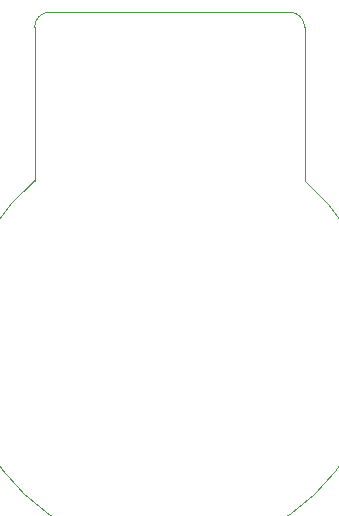
<source format=gbr>
%TF.GenerationSoftware,KiCad,Pcbnew,(5.1.9)-1*%
%TF.CreationDate,2022-03-15T15:55:04-05:00*%
%TF.ProjectId,ArmMotorPCBJ4,41726d4d-6f74-46f7-9250-43424a342e6b,rev?*%
%TF.SameCoordinates,Original*%
%TF.FileFunction,Profile,NP*%
%FSLAX46Y46*%
G04 Gerber Fmt 4.6, Leading zero omitted, Abs format (unit mm)*
G04 Created by KiCad (PCBNEW (5.1.9)-1) date 2022-03-15 15:55:04*
%MOMM*%
%LPD*%
G01*
G04 APERTURE LIST*
%TA.AperFunction,Profile*%
%ADD10C,0.050000*%
%TD*%
G04 APERTURE END LIST*
D10*
X137160000Y-35560000D02*
G75*
G02*
X138430000Y-36830000I0J-1270000D01*
G01*
X115570000Y-36830000D02*
G75*
G02*
X116840000Y-35560000I1270000J0D01*
G01*
X138461312Y-49873776D02*
G75*
G02*
X115570000Y-49847500I-11461312J-13626224D01*
G01*
X138430000Y-36830000D02*
X138461312Y-49873776D01*
X115570000Y-36830000D02*
X115570000Y-49847500D01*
X127000000Y-35560000D02*
X116840000Y-35560000D01*
X127000000Y-35560000D02*
X137160000Y-35560000D01*
M02*

</source>
